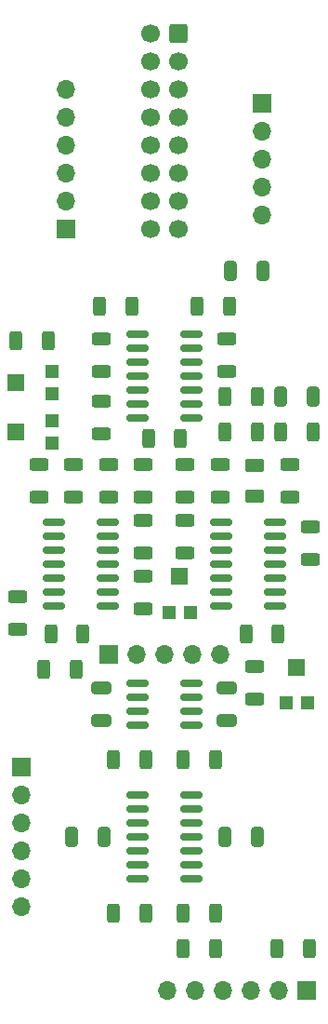
<source format=gbr>
%TF.GenerationSoftware,KiCad,Pcbnew,6.0.4-6f826c9f35~116~ubuntu21.10.1*%
%TF.CreationDate,2022-06-29T09:01:03+02:00*%
%TF.ProjectId,mHz_oscillator,6d487a5f-6f73-4636-996c-6c61746f722e,rev?*%
%TF.SameCoordinates,Original*%
%TF.FileFunction,Soldermask,Bot*%
%TF.FilePolarity,Negative*%
%FSLAX46Y46*%
G04 Gerber Fmt 4.6, Leading zero omitted, Abs format (unit mm)*
G04 Created by KiCad (PCBNEW 6.0.4-6f826c9f35~116~ubuntu21.10.1) date 2022-06-29 09:01:03*
%MOMM*%
%LPD*%
G01*
G04 APERTURE LIST*
G04 Aperture macros list*
%AMRoundRect*
0 Rectangle with rounded corners*
0 $1 Rounding radius*
0 $2 $3 $4 $5 $6 $7 $8 $9 X,Y pos of 4 corners*
0 Add a 4 corners polygon primitive as box body*
4,1,4,$2,$3,$4,$5,$6,$7,$8,$9,$2,$3,0*
0 Add four circle primitives for the rounded corners*
1,1,$1+$1,$2,$3*
1,1,$1+$1,$4,$5*
1,1,$1+$1,$6,$7*
1,1,$1+$1,$8,$9*
0 Add four rect primitives between the rounded corners*
20,1,$1+$1,$2,$3,$4,$5,0*
20,1,$1+$1,$4,$5,$6,$7,0*
20,1,$1+$1,$6,$7,$8,$9,0*
20,1,$1+$1,$8,$9,$2,$3,0*%
G04 Aperture macros list end*
%ADD10RoundRect,0.250000X0.312500X0.625000X-0.312500X0.625000X-0.312500X-0.625000X0.312500X-0.625000X0*%
%ADD11RoundRect,0.250000X0.625000X-0.312500X0.625000X0.312500X-0.625000X0.312500X-0.625000X-0.312500X0*%
%ADD12R,1.200000X1.200000*%
%ADD13R,1.500000X1.600000*%
%ADD14RoundRect,0.150000X-0.825000X-0.150000X0.825000X-0.150000X0.825000X0.150000X-0.825000X0.150000X0*%
%ADD15R,1.700000X1.700000*%
%ADD16O,1.700000X1.700000*%
%ADD17RoundRect,0.250000X-0.312500X-0.625000X0.312500X-0.625000X0.312500X0.625000X-0.312500X0.625000X0*%
%ADD18RoundRect,0.250000X0.325000X0.650000X-0.325000X0.650000X-0.325000X-0.650000X0.325000X-0.650000X0*%
%ADD19RoundRect,0.250000X-0.625000X0.375000X-0.625000X-0.375000X0.625000X-0.375000X0.625000X0.375000X0*%
%ADD20RoundRect,0.250000X-0.625000X0.312500X-0.625000X-0.312500X0.625000X-0.312500X0.625000X0.312500X0*%
%ADD21R,1.600000X1.500000*%
%ADD22RoundRect,0.250000X-0.650000X0.325000X-0.650000X-0.325000X0.650000X-0.325000X0.650000X0.325000X0*%
%ADD23RoundRect,0.150000X0.825000X0.150000X-0.825000X0.150000X-0.825000X-0.150000X0.825000X-0.150000X0*%
%ADD24RoundRect,0.250000X0.600000X0.600000X-0.600000X0.600000X-0.600000X-0.600000X0.600000X-0.600000X0*%
%ADD25C,1.700000*%
G04 APERTURE END LIST*
D10*
%TO.C,R35*%
X50357500Y24130000D03*
X47432500Y24130000D03*
%TD*%
D11*
%TO.C,R41*%
X51435000Y36637500D03*
X51435000Y39562500D03*
%TD*%
%TO.C,R3*%
X31750000Y36637500D03*
X31750000Y39562500D03*
%TD*%
%TO.C,R50*%
X38100000Y31557500D03*
X38100000Y34482500D03*
%TD*%
%TO.C,R6*%
X28575000Y36637500D03*
X28575000Y39562500D03*
%TD*%
D12*
%TO.C,RV5*%
X29740000Y43545000D03*
D13*
X26490000Y42545000D03*
D12*
X29740000Y41545000D03*
%TD*%
D14*
%TO.C,U5*%
X37530000Y1905000D03*
X37530000Y3175000D03*
X37530000Y4445000D03*
X37530000Y5715000D03*
X37530000Y6985000D03*
X37530000Y8255000D03*
X37530000Y9525000D03*
X42480000Y9525000D03*
X42480000Y8255000D03*
X42480000Y6985000D03*
X42480000Y5715000D03*
X42480000Y4445000D03*
X42480000Y3175000D03*
X42480000Y1905000D03*
%TD*%
D15*
%TO.C,J6*%
X31065000Y61010000D03*
D16*
X31065000Y63550000D03*
X31065000Y66090000D03*
X31065000Y68630000D03*
X31065000Y71170000D03*
X31065000Y73710000D03*
%TD*%
D15*
%TO.C,J10*%
X48895000Y72385000D03*
D16*
X48895000Y69845000D03*
X48895000Y67305000D03*
X48895000Y64765000D03*
X48895000Y62225000D03*
%TD*%
D15*
%TO.C,J4*%
X27012500Y12065000D03*
D16*
X27012500Y9525000D03*
X27012500Y6985000D03*
X27012500Y4445000D03*
X27012500Y1905000D03*
X27012500Y-635000D03*
%TD*%
D15*
%TO.C,J8*%
X34930000Y22275000D03*
D16*
X37470000Y22275000D03*
X40010000Y22275000D03*
X42550000Y22275000D03*
X45090000Y22275000D03*
%TD*%
D15*
%TO.C,J2*%
X52997500Y-8255000D03*
D16*
X50457500Y-8255000D03*
X47917500Y-8255000D03*
X45377500Y-8255000D03*
X42837500Y-8255000D03*
X40297500Y-8255000D03*
%TD*%
D17*
%TO.C,R19*%
X41717500Y12700000D03*
X44642500Y12700000D03*
%TD*%
D11*
%TO.C,R52*%
X38100000Y36637500D03*
X38100000Y39562500D03*
%TD*%
D17*
%TO.C,R34*%
X35367500Y-1270000D03*
X38292500Y-1270000D03*
%TD*%
D11*
%TO.C,R49*%
X26670000Y24572500D03*
X26670000Y27497500D03*
%TD*%
D18*
%TO.C,C14*%
X48465000Y5715000D03*
X45515000Y5715000D03*
%TD*%
D17*
%TO.C,R23*%
X35367500Y12700000D03*
X38292500Y12700000D03*
%TD*%
%TO.C,R33*%
X41717500Y-1270000D03*
X44642500Y-1270000D03*
%TD*%
D14*
%TO.C,U7*%
X37530000Y15875000D03*
X37530000Y17145000D03*
X37530000Y18415000D03*
X37530000Y19685000D03*
X42480000Y19685000D03*
X42480000Y18415000D03*
X42480000Y17145000D03*
X42480000Y15875000D03*
%TD*%
D11*
%TO.C,R37*%
X45085000Y36637500D03*
X45085000Y39562500D03*
%TD*%
D10*
%TO.C,R47*%
X31942500Y20955000D03*
X29017500Y20955000D03*
%TD*%
%TO.C,R32*%
X44642500Y-4445000D03*
X41717500Y-4445000D03*
%TD*%
D17*
%TO.C,R48*%
X29652500Y24130000D03*
X32577500Y24130000D03*
%TD*%
D10*
%TO.C,R24*%
X41467500Y41910000D03*
X38542500Y41910000D03*
%TD*%
D17*
%TO.C,R28*%
X26477500Y50800000D03*
X29402500Y50800000D03*
%TD*%
D10*
%TO.C,R29*%
X45912500Y53975000D03*
X42987500Y53975000D03*
%TD*%
%TO.C,R16*%
X53215000Y-4445000D03*
X50290000Y-4445000D03*
%TD*%
D18*
%TO.C,C9*%
X34495000Y5715000D03*
X31545000Y5715000D03*
%TD*%
D19*
%TO.C,D5*%
X48260000Y39500000D03*
X48260000Y36700000D03*
%TD*%
D20*
%TO.C,R40*%
X41910000Y34482500D03*
X41910000Y31557500D03*
%TD*%
%TO.C,R38*%
X53340000Y33847500D03*
X53340000Y30922500D03*
%TD*%
D12*
%TO.C,RV3*%
X53070000Y17885000D03*
D21*
X52070000Y21135000D03*
D12*
X51070000Y17885000D03*
%TD*%
D11*
%TO.C,R46*%
X34925000Y36637500D03*
X34925000Y39562500D03*
%TD*%
D22*
%TO.C,C6*%
X34290000Y19255000D03*
X34290000Y16305000D03*
%TD*%
D17*
%TO.C,R26*%
X45527500Y45720000D03*
X48452500Y45720000D03*
%TD*%
D23*
%TO.C,U3*%
X42480000Y51435000D03*
X42480000Y50165000D03*
X42480000Y48895000D03*
X42480000Y47625000D03*
X42480000Y46355000D03*
X42480000Y45085000D03*
X42480000Y43815000D03*
X37530000Y43815000D03*
X37530000Y45085000D03*
X37530000Y46355000D03*
X37530000Y47625000D03*
X37530000Y48895000D03*
X37530000Y50165000D03*
X37530000Y51435000D03*
%TD*%
D20*
%TO.C,R21*%
X45720000Y50992500D03*
X45720000Y48067500D03*
%TD*%
%TO.C,R36*%
X41910000Y39562500D03*
X41910000Y36637500D03*
%TD*%
D11*
%TO.C,R15*%
X34290000Y42352500D03*
X34290000Y45277500D03*
%TD*%
D12*
%TO.C,RV4*%
X42402000Y26140000D03*
D21*
X41402000Y29390000D03*
D12*
X40402000Y26140000D03*
%TD*%
D20*
%TO.C,R51*%
X38100000Y29402500D03*
X38100000Y26477500D03*
%TD*%
%TO.C,R27*%
X48260000Y21147500D03*
X48260000Y18222500D03*
%TD*%
D10*
%TO.C,R43*%
X48452500Y42545000D03*
X45527500Y42545000D03*
%TD*%
D17*
%TO.C,R39*%
X50607500Y42545000D03*
X53532500Y42545000D03*
%TD*%
D18*
%TO.C,C11*%
X53545000Y45720000D03*
X50595000Y45720000D03*
%TD*%
D24*
%TO.C,J11*%
X41275000Y78740000D03*
D25*
X38735000Y78740000D03*
X41275000Y76200000D03*
X38735000Y76200000D03*
X41275000Y73660000D03*
X38735000Y73660000D03*
X41275000Y71120000D03*
X38735000Y71120000D03*
X41275000Y68580000D03*
X38735000Y68580000D03*
X41275000Y66040000D03*
X38735000Y66040000D03*
X41275000Y63500000D03*
X38735000Y63500000D03*
X41275000Y60960000D03*
X38735000Y60960000D03*
%TD*%
D12*
%TO.C,RV1*%
X29740000Y47990000D03*
D13*
X26490000Y46990000D03*
D12*
X29740000Y45990000D03*
%TD*%
D23*
%TO.C,U8*%
X34860000Y34290000D03*
X34860000Y33020000D03*
X34860000Y31750000D03*
X34860000Y30480000D03*
X34860000Y29210000D03*
X34860000Y27940000D03*
X34860000Y26670000D03*
X29910000Y26670000D03*
X29910000Y27940000D03*
X29910000Y29210000D03*
X29910000Y30480000D03*
X29910000Y31750000D03*
X29910000Y33020000D03*
X29910000Y34290000D03*
%TD*%
D22*
%TO.C,C4*%
X45720000Y19255000D03*
X45720000Y16305000D03*
%TD*%
D10*
%TO.C,R9*%
X37022500Y53975000D03*
X34097500Y53975000D03*
%TD*%
D20*
%TO.C,R17*%
X34290000Y50992500D03*
X34290000Y48067500D03*
%TD*%
D18*
%TO.C,C5*%
X48973000Y57150000D03*
X46023000Y57150000D03*
%TD*%
D14*
%TO.C,U6*%
X45150000Y26670000D03*
X45150000Y27940000D03*
X45150000Y29210000D03*
X45150000Y30480000D03*
X45150000Y31750000D03*
X45150000Y33020000D03*
X45150000Y34290000D03*
X50100000Y34290000D03*
X50100000Y33020000D03*
X50100000Y31750000D03*
X50100000Y30480000D03*
X50100000Y29210000D03*
X50100000Y27940000D03*
X50100000Y26670000D03*
%TD*%
M02*

</source>
